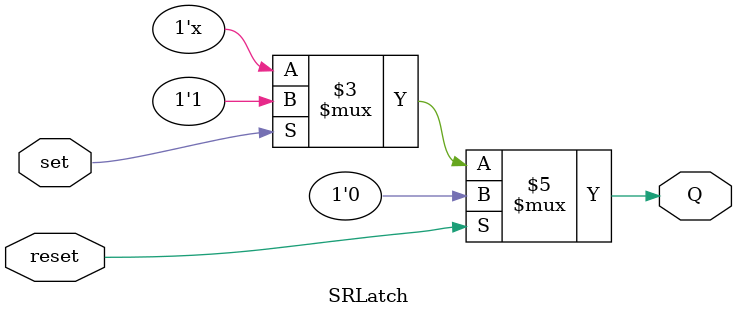
<source format=v>
module SRLatch(input wire set, input wire reset, output reg Q);

  initial begin
    Q <= 0;
  end

  always @(*)
    begin
      if(set)
        begin
        	Q <= 1;
        end
      if(reset)
        begin
        	Q <= 0;
        end
    end
endmodule
</source>
